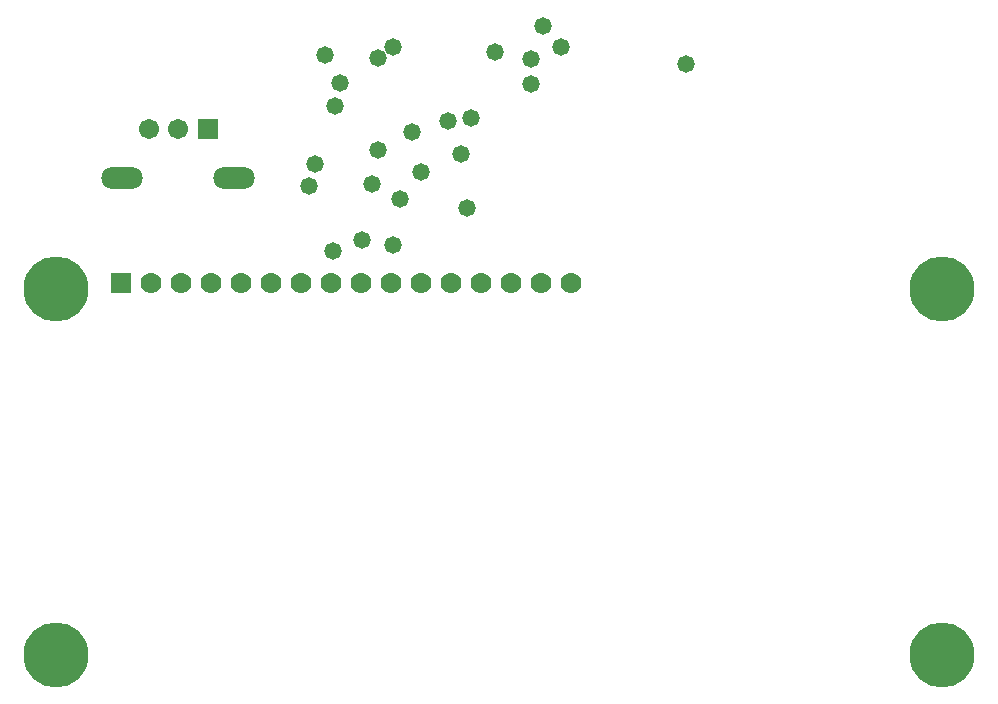
<source format=gbs>
G04*
G04 #@! TF.GenerationSoftware,Altium Limited,Altium Designer,20.2.7 (254)*
G04*
G04 Layer_Color=16711935*
%FSLAX44Y44*%
%MOMM*%
G71*
G04*
G04 #@! TF.SameCoordinates,1E3B47B3-C475-4593-AA8A-A76477CD3576*
G04*
G04*
G04 #@! TF.FilePolarity,Negative*
G04*
G01*
G75*
%ADD46C,5.5032*%
%ADD47C,1.7782*%
%ADD48R,1.7782X1.7782*%
%ADD49C,1.7112*%
%ADD50R,1.7112X1.7112*%
%ADD51O,3.5032X1.8532*%
%ADD52C,1.4732*%
D46*
X1653850Y500340D02*
D03*
X903850D02*
D03*
X1653850Y810340D02*
D03*
X903850D02*
D03*
D47*
X1339850Y815340D02*
D03*
X1314450D02*
D03*
X1289050D02*
D03*
X1263650D02*
D03*
X1238250D02*
D03*
X1212850D02*
D03*
X1187450D02*
D03*
X1162050D02*
D03*
X1136650D02*
D03*
X1111250D02*
D03*
X1085850D02*
D03*
X1060450D02*
D03*
X1035050D02*
D03*
X1009650D02*
D03*
X984250D02*
D03*
D48*
X958850D02*
D03*
D49*
X982110Y945060D02*
D03*
X1007110D02*
D03*
D50*
X1032110D02*
D03*
D51*
X1054610Y904060D02*
D03*
X959610D02*
D03*
D52*
X1331468Y1014984D02*
D03*
X1131316Y1008126D02*
D03*
X1176274Y927354D02*
D03*
X1138174Y842264D02*
D03*
X1251966Y878840D02*
D03*
X1162558Y851154D02*
D03*
X1195088Y886206D02*
D03*
X1123188Y915670D02*
D03*
X1212351Y909311D02*
D03*
X1144016Y983996D02*
D03*
X1139698Y964692D02*
D03*
X1171194Y898652D02*
D03*
X1204817Y943102D02*
D03*
X1246400Y924074D02*
D03*
X1305814Y983488D02*
D03*
X1235202Y952246D02*
D03*
X1315974Y1033018D02*
D03*
X1118108Y897128D02*
D03*
X1188720Y847344D02*
D03*
X1176274Y1005586D02*
D03*
X1275588Y1010666D02*
D03*
X1436624Y1000760D02*
D03*
X1188720Y1015238D02*
D03*
X1255268Y954532D02*
D03*
X1305814Y1005078D02*
D03*
M02*

</source>
